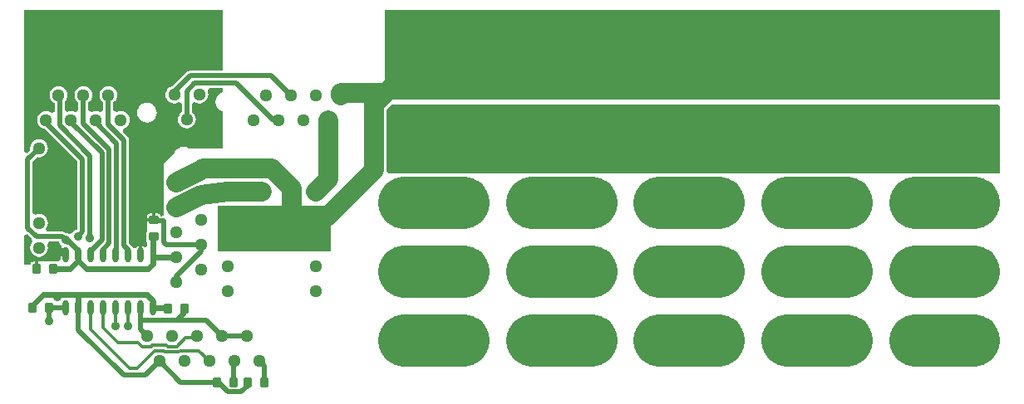
<source format=gtl>
G04 Layer_Physical_Order=1*
G04 Layer_Color=255*
%FSLAX24Y24*%
%MOIN*%
G70*
G01*
G75*
G04:AMPARAMS|DCode=10|XSize=39.4mil|YSize=35.4mil|CornerRadius=4.4mil|HoleSize=0mil|Usage=FLASHONLY|Rotation=270.000|XOffset=0mil|YOffset=0mil|HoleType=Round|Shape=RoundedRectangle|*
%AMROUNDEDRECTD10*
21,1,0.0394,0.0266,0,0,270.0*
21,1,0.0305,0.0354,0,0,270.0*
1,1,0.0089,-0.0133,-0.0153*
1,1,0.0089,-0.0133,0.0153*
1,1,0.0089,0.0133,0.0153*
1,1,0.0089,0.0133,-0.0153*
%
%ADD10ROUNDEDRECTD10*%
%ADD11O,0.0236X0.0610*%
%ADD12R,0.0236X0.0610*%
G04:AMPARAMS|DCode=13|XSize=39.4mil|YSize=35.4mil|CornerRadius=4.4mil|HoleSize=0mil|Usage=FLASHONLY|Rotation=180.000|XOffset=0mil|YOffset=0mil|HoleType=Round|Shape=RoundedRectangle|*
%AMROUNDEDRECTD13*
21,1,0.0394,0.0266,0,0,180.0*
21,1,0.0305,0.0354,0,0,180.0*
1,1,0.0089,-0.0153,0.0133*
1,1,0.0089,0.0153,0.0133*
1,1,0.0089,0.0153,-0.0133*
1,1,0.0089,-0.0153,-0.0133*
%
%ADD13ROUNDEDRECTD13*%
%ADD14C,0.0197*%
%ADD15C,0.0787*%
%ADD16C,0.0118*%
%ADD17C,0.0236*%
%ADD18C,0.2087*%
%ADD19C,0.0512*%
%ADD20C,0.1654*%
G04:AMPARAMS|DCode=21|XSize=177.2mil|YSize=177.2mil|CornerRadius=44.3mil|HoleSize=0mil|Usage=FLASHONLY|Rotation=0.000|XOffset=0mil|YOffset=0mil|HoleType=Round|Shape=RoundedRectangle|*
%AMROUNDEDRECTD21*
21,1,0.1772,0.0886,0,0,0.0*
21,1,0.0886,0.1772,0,0,0.0*
1,1,0.0886,0.0443,-0.0443*
1,1,0.0886,-0.0443,-0.0443*
1,1,0.0886,-0.0443,0.0443*
1,1,0.0886,0.0443,0.0443*
%
%ADD21ROUNDEDRECTD21*%
%ADD22R,0.0532X0.0532*%
%ADD23C,0.0532*%
%ADD24C,0.0354*%
G36*
X39248Y11723D02*
Y9050D01*
X14729Y9050D01*
X14646Y9134D01*
Y11619D01*
X14833Y11806D01*
X39165Y11806D01*
X39248Y11723D01*
D02*
G37*
G36*
X12402Y5906D02*
X7874D01*
Y7756D01*
X12402D01*
Y5906D01*
D02*
G37*
G36*
X409Y6431D02*
X448Y6335D01*
X416Y6266D01*
X398Y6242D01*
X362Y6156D01*
X350Y6063D01*
X362Y5970D01*
X398Y5883D01*
X455Y5809D01*
X529Y5752D01*
X616Y5716D01*
X709Y5704D01*
X802Y5716D01*
X888Y5752D01*
X962Y5809D01*
X1020Y5883D01*
X1055Y5970D01*
X1068Y6063D01*
X1055Y6156D01*
X1038Y6197D01*
X1101Y6315D01*
X1500D01*
X1502Y6306D01*
X1530Y6238D01*
X1574Y6180D01*
X1626Y6124D01*
X1590Y6051D01*
X1575Y5974D01*
Y5846D01*
X1776D01*
Y5728D01*
X1575D01*
Y5600D01*
X1576Y5595D01*
X1470Y5524D01*
X1469Y5525D01*
X1412Y5536D01*
X1147D01*
X1090Y5525D01*
X1071Y5512D01*
X787D01*
X782Y5506D01*
X743Y5514D01*
X669D01*
Y5236D01*
X551D01*
Y5514D01*
X477D01*
X429Y5505D01*
X389Y5477D01*
X361Y5437D01*
X353Y5394D01*
X122D01*
Y6564D01*
X231Y6609D01*
X409Y6431D01*
D02*
G37*
G36*
X39248Y12008D02*
X14650Y12008D01*
X14567Y12091D01*
Y15626D01*
X39248D01*
Y12008D01*
D02*
G37*
G36*
X8071Y13176D02*
X6765D01*
X6687Y13161D01*
X6622Y13117D01*
X6076Y12571D01*
X6045Y12567D01*
X5958Y12531D01*
X5884Y12474D01*
X5827Y12400D01*
X5791Y12313D01*
X5779Y12220D01*
X5791Y12128D01*
X5827Y12041D01*
X5884Y11967D01*
X5958Y11910D01*
X6045Y11874D01*
X6138Y11861D01*
X6231Y11874D01*
X6317Y11910D01*
X6317Y11910D01*
X6435Y11851D01*
Y11514D01*
X6384Y11474D01*
X6327Y11400D01*
X6291Y11313D01*
X6279Y11220D01*
X6291Y11128D01*
X6327Y11041D01*
X6384Y10967D01*
X6458Y10910D01*
X6545Y10874D01*
X6638Y10862D01*
X6731Y10874D01*
X6817Y10910D01*
X6892Y10967D01*
X6949Y11041D01*
X6985Y11128D01*
X6997Y11220D01*
X6985Y11313D01*
X6949Y11400D01*
X6892Y11474D01*
X6840Y11514D01*
Y11851D01*
X6958Y11910D01*
X6958Y11910D01*
X7045Y11874D01*
X7138Y11861D01*
X7231Y11874D01*
X7317Y11910D01*
X7392Y11967D01*
X7449Y12041D01*
X7485Y12128D01*
X7497Y12220D01*
X7485Y12313D01*
X7467Y12357D01*
X7519Y12458D01*
X7540Y12475D01*
X8071D01*
Y12308D01*
X7990Y12274D01*
X7907Y12211D01*
X7844Y12128D01*
X7804Y12032D01*
X7790Y11929D01*
X7804Y11826D01*
X7844Y11730D01*
X7907Y11647D01*
X7990Y11584D01*
X8071Y11550D01*
Y10039D01*
X6735Y10039D01*
X6695Y10070D01*
X6599Y10110D01*
X6496Y10123D01*
X6393Y10110D01*
X6297Y10070D01*
X6214Y10006D01*
X6151Y9924D01*
X6128Y9868D01*
X5709Y9449D01*
Y8708D01*
X5708Y8703D01*
X5709Y8689D01*
Y7708D01*
X5708Y7703D01*
X5709Y7689D01*
Y7342D01*
X5591Y7330D01*
X5583Y7366D01*
X5556Y7407D01*
X5516Y7434D01*
X5468Y7443D01*
X5374D01*
Y7185D01*
X5315D01*
Y7126D01*
X5037D01*
Y7052D01*
X5045Y7013D01*
X5039Y7008D01*
Y6724D01*
X5026Y6705D01*
X5015Y6649D01*
Y6383D01*
X5026Y6327D01*
X5053Y6287D01*
Y6126D01*
X4935Y6090D01*
X4918Y6116D01*
X4852Y6160D01*
X4835Y6163D01*
Y5787D01*
X4717D01*
Y6163D01*
X4699Y6160D01*
X4634Y6116D01*
X4600Y6066D01*
X4526Y6062D01*
X4474Y6071D01*
X4433Y6132D01*
X4421Y6140D01*
X4419Y6143D01*
X4321Y6240D01*
Y10395D01*
X4306Y10473D01*
X4262Y10538D01*
X4064Y10737D01*
X4073Y10799D01*
X4101Y10866D01*
X4168Y10894D01*
X4242Y10951D01*
X4299Y11025D01*
X4335Y11112D01*
X4347Y11205D01*
X4335Y11298D01*
X4299Y11384D01*
X4242Y11459D01*
X4168Y11516D01*
X4081Y11551D01*
X3988Y11564D01*
X3895Y11551D01*
X3809Y11516D01*
X3809Y11516D01*
X3690Y11574D01*
Y11911D01*
X3742Y11951D01*
X3799Y12025D01*
X3835Y12112D01*
X3847Y12205D01*
X3835Y12298D01*
X3799Y12384D01*
X3742Y12459D01*
X3668Y12516D01*
X3581Y12551D01*
X3488Y12564D01*
X3395Y12551D01*
X3309Y12516D01*
X3234Y12459D01*
X3177Y12384D01*
X3141Y12298D01*
X3129Y12205D01*
X3141Y12112D01*
X3177Y12025D01*
X3234Y11951D01*
X3286Y11911D01*
Y11574D01*
X3168Y11516D01*
X3168Y11516D01*
X3081Y11551D01*
X2988Y11564D01*
X2895Y11551D01*
X2809Y11516D01*
X2809Y11516D01*
X2691Y11574D01*
Y11911D01*
X2742Y11951D01*
X2799Y12025D01*
X2835Y12112D01*
X2847Y12205D01*
X2835Y12298D01*
X2799Y12384D01*
X2742Y12459D01*
X2668Y12516D01*
X2581Y12551D01*
X2488Y12564D01*
X2395Y12551D01*
X2309Y12516D01*
X2234Y12459D01*
X2177Y12384D01*
X2141Y12298D01*
X2129Y12205D01*
X2141Y12112D01*
X2177Y12025D01*
X2234Y11951D01*
X2286Y11911D01*
Y11574D01*
X2168Y11516D01*
X2168Y11516D01*
X2081Y11551D01*
X1988Y11564D01*
X1895Y11551D01*
X1854Y11534D01*
X1736Y11597D01*
Y11946D01*
X1742Y11951D01*
X1799Y12025D01*
X1835Y12112D01*
X1847Y12205D01*
X1835Y12298D01*
X1799Y12384D01*
X1742Y12459D01*
X1668Y12516D01*
X1581Y12551D01*
X1488Y12564D01*
X1395Y12551D01*
X1309Y12516D01*
X1234Y12459D01*
X1177Y12384D01*
X1141Y12298D01*
X1129Y12205D01*
X1141Y12112D01*
X1177Y12025D01*
X1234Y11951D01*
X1309Y11894D01*
X1332Y11884D01*
Y11533D01*
X1308Y11514D01*
X1213Y11480D01*
X1168Y11516D01*
X1081Y11551D01*
X988Y11564D01*
X895Y11551D01*
X809Y11516D01*
X734Y11459D01*
X677Y11384D01*
X641Y11298D01*
X629Y11205D01*
X641Y11112D01*
X677Y11025D01*
X734Y10951D01*
X809Y10894D01*
X895Y10858D01*
X950Y10851D01*
X2257Y9544D01*
Y6811D01*
X2211Y6805D01*
X2144Y6778D01*
X2086Y6733D01*
X2041Y6675D01*
X2039Y6671D01*
X1920Y6623D01*
X1914Y6623D01*
X1898Y6626D01*
X1844Y6648D01*
X1779Y6657D01*
X1775Y6660D01*
X1710Y6704D01*
X1632Y6720D01*
X1037D01*
X1018Y6743D01*
X984Y6838D01*
X1020Y6884D01*
X1055Y6970D01*
X1068Y7063D01*
X1055Y7156D01*
X1020Y7242D01*
X962Y7317D01*
X888Y7374D01*
X802Y7410D01*
X709Y7422D01*
X616Y7410D01*
X575Y7393D01*
X457Y7456D01*
Y9525D01*
X644Y9712D01*
X709Y9704D01*
X802Y9716D01*
X888Y9752D01*
X962Y9809D01*
X1020Y9883D01*
X1055Y9970D01*
X1068Y10063D01*
X1055Y10156D01*
X1020Y10242D01*
X962Y10317D01*
X888Y10374D01*
X802Y10410D01*
X709Y10422D01*
X616Y10410D01*
X529Y10374D01*
X455Y10317D01*
X398Y10242D01*
X362Y10156D01*
X350Y10063D01*
X358Y9999D01*
X231Y9872D01*
X122Y9917D01*
Y15626D01*
X8071D01*
Y13176D01*
D02*
G37*
%LPC*%
G36*
X5039Y11895D02*
X4936Y11881D01*
X4840Y11841D01*
X4757Y11778D01*
X4694Y11695D01*
X4654Y11599D01*
X4641Y11496D01*
X4654Y11393D01*
X4694Y11297D01*
X4757Y11214D01*
X4840Y11151D01*
X4936Y11111D01*
X5039Y11097D01*
X5143Y11111D01*
X5239Y11151D01*
X5321Y11214D01*
X5385Y11297D01*
X5424Y11393D01*
X5438Y11496D01*
X5424Y11599D01*
X5385Y11695D01*
X5321Y11778D01*
X5239Y11841D01*
X5143Y11881D01*
X5039Y11895D01*
D02*
G37*
G36*
X5256Y7443D02*
X5162D01*
X5114Y7434D01*
X5074Y7407D01*
X5047Y7366D01*
X5037Y7318D01*
Y7244D01*
X5256D01*
Y7443D01*
D02*
G37*
%LPD*%
D10*
X9075Y669D02*
D03*
X9744D02*
D03*
X7854D02*
D03*
X8524D02*
D03*
X453Y3661D02*
D03*
X1122D02*
D03*
X6555Y3622D02*
D03*
X5886D02*
D03*
X610Y5236D02*
D03*
X1280D02*
D03*
D11*
X1776Y3661D02*
D03*
X2276D02*
D03*
X2776D02*
D03*
X3276D02*
D03*
X3776D02*
D03*
X4276D02*
D03*
X4776D02*
D03*
X5276D02*
D03*
X1776Y5787D02*
D03*
X2276D02*
D03*
X2776D02*
D03*
X3276D02*
D03*
X3776D02*
D03*
X4276D02*
D03*
X4776D02*
D03*
D12*
X5276D02*
D03*
D13*
X5315Y6516D02*
D03*
Y7185D02*
D03*
D14*
X1339Y5984D02*
X1579D01*
X1776Y5787D01*
X3525Y6255D02*
Y10018D01*
X3276Y6005D02*
X3525Y6255D01*
X3276Y5787D02*
Y6005D01*
X3822Y6027D02*
Y10272D01*
X3776Y5980D02*
X3822Y6027D01*
X3776Y5787D02*
Y5980D01*
X3228Y6378D02*
Y9882D01*
X2776Y5925D02*
X3228Y6378D01*
X2776Y5787D02*
Y5925D01*
X4276Y5787D02*
Y6000D01*
X4119Y6157D02*
X4276Y6000D01*
X4119Y6157D02*
Y10395D01*
X2988Y11106D02*
X3822Y10272D01*
X3488Y11026D02*
X4119Y10395D01*
X2488Y11055D02*
X3525Y10018D01*
X1988Y11122D02*
X3228Y9882D01*
X1534Y10986D02*
X2756Y9764D01*
Y6457D02*
Y9764D01*
X988Y11098D02*
X2459Y9628D01*
Y6711D02*
Y9628D01*
X2283Y6535D02*
X2459Y6711D01*
X2276Y2764D02*
Y3661D01*
Y2764D02*
X4094Y945D01*
X4965D01*
X5539Y1520D01*
X4776Y2783D02*
Y3150D01*
Y2783D02*
X5039Y2520D01*
X1122Y3130D02*
Y3661D01*
X6260Y3150D02*
X7409D01*
X8039Y2520D01*
X9039D01*
X6390Y669D02*
X7854D01*
X5539Y1520D02*
X6390Y669D01*
X7854D02*
X7895D01*
X8290Y274D01*
X8817D01*
X9075Y531D01*
Y669D01*
X8524Y1504D02*
X8539Y1520D01*
X8524Y669D02*
Y1504D01*
X9539Y1520D02*
X9744Y1315D01*
Y669D02*
Y1315D01*
X4776Y3150D02*
Y3661D01*
Y3150D02*
X6260D01*
X6555Y3445D01*
Y3622D01*
X5710Y6287D02*
Y7164D01*
X5824Y6173D02*
X7205D01*
X6638Y11220D02*
Y12363D01*
X6950Y12675D01*
X7108D01*
X7110Y12677D01*
X6138Y12220D02*
Y12347D01*
X6765Y12974D01*
X1488Y12205D02*
X1534Y12159D01*
X6765Y12974D02*
X10026D01*
X10795Y12205D01*
X10094Y11205D02*
X10295D01*
X8622Y12677D02*
X10094Y11205D01*
X7110Y12677D02*
X8622D01*
X609Y6517D02*
X1632D01*
X1772Y6378D01*
X1785Y6364D01*
X254Y6872D02*
X609Y6517D01*
X254Y6872D02*
Y9609D01*
X709Y10063D01*
X3488Y11026D02*
Y12205D01*
X2988Y11106D02*
Y11205D01*
X2488Y11055D02*
Y12205D01*
X1988Y11122D02*
Y11205D01*
X1534Y10986D02*
Y12159D01*
X988Y11098D02*
Y11205D01*
X6205Y4673D02*
Y4906D01*
X7205Y5906D01*
Y6173D01*
X5710Y6287D02*
X5824Y6173D01*
X5336Y7164D02*
X5710D01*
X5315Y7185D02*
X5336Y7164D01*
X1122Y3661D02*
X1776D01*
D15*
X7205Y8173D02*
X8268Y8331D01*
X14135Y9175D02*
Y11813D01*
X12291Y7331D02*
X14135Y9175D01*
X11811Y7331D02*
X12291D01*
X7283Y9252D02*
X10039D01*
X7205Y9173D02*
X7283Y9252D01*
X16929Y13976D02*
X17717Y13189D01*
X8268Y8331D02*
X9622D01*
X9646Y8307D01*
X15512Y13189D02*
X17717D01*
X12795Y12205D02*
Y12285D01*
X14608D01*
X14135Y11813D02*
X14608Y12285D01*
X15512Y13189D01*
X6205Y8673D02*
X7205Y9173D01*
X6205Y7673D02*
X7205Y8173D01*
X10039Y9252D02*
X10827Y8465D01*
Y7283D02*
Y8465D01*
Y7283D02*
X10874Y7331D01*
X11811D01*
X12295Y8815D02*
Y11205D01*
X11811Y8331D02*
X12295Y8815D01*
D16*
X4331Y1220D02*
X4646D01*
X2776Y2776D02*
X4331Y1220D01*
X2776Y2776D02*
Y3661D01*
X4291Y2913D02*
Y3646D01*
X4276Y3661D02*
X4291Y3646D01*
X5360Y1935D02*
X5711D01*
X4646Y1220D02*
X5360Y1935D01*
X6985Y2465D02*
X7039Y2520D01*
X6590Y2465D02*
X6985D01*
X6229Y2105D02*
X6590Y2465D01*
X7124Y1935D02*
X7539Y1520D01*
X6367Y1935D02*
X7124D01*
X6319Y1887D02*
X6367Y1935D01*
X5759Y1887D02*
X6319D01*
X5711Y1935D02*
X5759Y1887D01*
X5867Y2105D02*
X6229D01*
X5259Y2153D02*
X5819D01*
X5211Y2105D02*
X5259Y2153D01*
X5819D02*
X5867Y2105D01*
X4837D02*
X5211D01*
X4676Y2265D02*
X4837Y2105D01*
X3876Y2265D02*
X4676D01*
X3776Y2917D02*
X3780Y2913D01*
X3776Y2917D02*
Y3661D01*
X3276Y2866D02*
X3876Y2265D01*
X3276Y2866D02*
Y3661D01*
D17*
X5276Y5630D02*
X5319Y5673D01*
X6205D01*
X878Y4185D02*
X2283D01*
X5028D01*
X2276Y4177D02*
X2283Y4185D01*
X2276Y3661D02*
Y4177D01*
X5846Y3661D02*
X5886Y3622D01*
X5276Y3661D02*
X5846D01*
X5276D02*
Y3937D01*
X5028Y4185D02*
X5276Y3937D01*
X453Y3760D02*
X878Y4185D01*
X453Y3661D02*
Y3760D01*
X5276Y6476D02*
X5315Y6516D01*
X5276Y5787D02*
Y6476D01*
X5079Y5236D02*
X5276Y5433D01*
X2598Y5236D02*
X5079D01*
X2276Y5559D02*
X2598Y5236D01*
X2276Y5559D02*
Y5787D01*
X1785Y6364D02*
X1839Y6311D01*
X1280Y5236D02*
X1953D01*
X2276Y5559D01*
Y5787D02*
Y5950D01*
X1839Y6311D02*
X1915D01*
X2276Y5950D01*
X5276Y5433D02*
Y5630D01*
Y5787D01*
D18*
X35827Y7874D02*
X38189D01*
X35827Y5118D02*
X38189D01*
X35827Y2362D02*
X38189D01*
X30709D02*
X33071D01*
X30709Y5118D02*
X33071D01*
X30709Y7874D02*
X33071D01*
X25591Y2362D02*
X27953D01*
X25591Y5118D02*
X27953D01*
X25591Y7874D02*
X27953D01*
X20472D02*
X22835D01*
X20472Y5118D02*
X22835D01*
X20472Y2362D02*
X22835D01*
X15354D02*
X17717D01*
X15354Y5118D02*
X17717D01*
X15354Y7874D02*
X17717D01*
D19*
X6138Y12220D02*
D03*
X6638Y11220D02*
D03*
X7138Y12220D02*
D03*
X7638Y11220D02*
D03*
X8539Y1520D02*
D03*
X8039Y2520D02*
D03*
X7539Y1520D02*
D03*
X7039Y2520D02*
D03*
X6539Y1520D02*
D03*
X6039Y2520D02*
D03*
X5539Y1520D02*
D03*
X5039Y2520D02*
D03*
X9039D02*
D03*
X9539Y1520D02*
D03*
X6205Y5673D02*
D03*
X7205Y6173D02*
D03*
X6205Y6673D02*
D03*
X7205Y7173D02*
D03*
X6205Y7673D02*
D03*
X7205Y8173D02*
D03*
X6205Y8673D02*
D03*
X7205Y9173D02*
D03*
Y5173D02*
D03*
X6205Y4673D02*
D03*
X11811Y4331D02*
D03*
Y5331D02*
D03*
Y6331D02*
D03*
Y7331D02*
D03*
Y8331D02*
D03*
X12795Y12205D02*
D03*
X12295Y11205D02*
D03*
X11795Y12205D02*
D03*
X11295Y11205D02*
D03*
X10795Y12205D02*
D03*
X10295Y11205D02*
D03*
X9795Y12205D02*
D03*
X9295Y11205D02*
D03*
X4488Y12205D02*
D03*
X3988Y11205D02*
D03*
X3488Y12205D02*
D03*
X2988Y11205D02*
D03*
X2488Y12205D02*
D03*
X1988Y11205D02*
D03*
X1488Y12205D02*
D03*
X988Y11205D02*
D03*
X8268Y4331D02*
D03*
Y5331D02*
D03*
Y6331D02*
D03*
Y7331D02*
D03*
Y8331D02*
D03*
X709Y6063D02*
D03*
Y7063D02*
D03*
Y8063D02*
D03*
Y9063D02*
D03*
Y10063D02*
D03*
D20*
X35827Y7874D02*
D03*
Y5118D02*
D03*
Y2362D02*
D03*
X30709Y7874D02*
D03*
Y5118D02*
D03*
Y2362D02*
D03*
X25591Y7874D02*
D03*
Y5118D02*
D03*
Y2362D02*
D03*
X20472Y7874D02*
D03*
Y5118D02*
D03*
Y2362D02*
D03*
X15354Y7874D02*
D03*
Y5118D02*
D03*
Y2362D02*
D03*
D21*
X17717D02*
D03*
Y5118D02*
D03*
Y7874D02*
D03*
Y10630D02*
D03*
Y13189D02*
D03*
X22835D02*
D03*
Y10630D02*
D03*
Y7874D02*
D03*
Y5118D02*
D03*
Y2362D02*
D03*
X27953Y13189D02*
D03*
Y10630D02*
D03*
Y7874D02*
D03*
Y5118D02*
D03*
Y2362D02*
D03*
X33071Y13189D02*
D03*
Y10630D02*
D03*
Y7874D02*
D03*
Y5118D02*
D03*
Y2362D02*
D03*
X38189Y13189D02*
D03*
Y10630D02*
D03*
Y7874D02*
D03*
Y5118D02*
D03*
Y2362D02*
D03*
D22*
X9646Y8307D02*
D03*
D23*
X9646Y6339D02*
D03*
D24*
X1339Y5984D02*
D03*
X5512Y11929D02*
D03*
X6024Y10984D02*
D03*
X4567Y10079D02*
D03*
Y8071D02*
D03*
X2008Y8898D02*
D03*
Y9449D02*
D03*
X1929Y6890D02*
D03*
X4724Y6693D02*
D03*
X5512Y8661D02*
D03*
Y10236D02*
D03*
X7874D02*
D03*
Y14567D02*
D03*
Y13386D02*
D03*
X7480Y15354D02*
D03*
X6299D02*
D03*
X5118D02*
D03*
X3937D02*
D03*
X2756D02*
D03*
X1575D02*
D03*
X394Y14173D02*
D03*
Y15354D02*
D03*
X4291Y2913D02*
D03*
X3780D02*
D03*
X1122Y3130D02*
D03*
X2283Y6535D02*
D03*
X1772Y6378D02*
D03*
X2756Y6457D02*
D03*
X1457Y4094D02*
D03*
M02*

</source>
